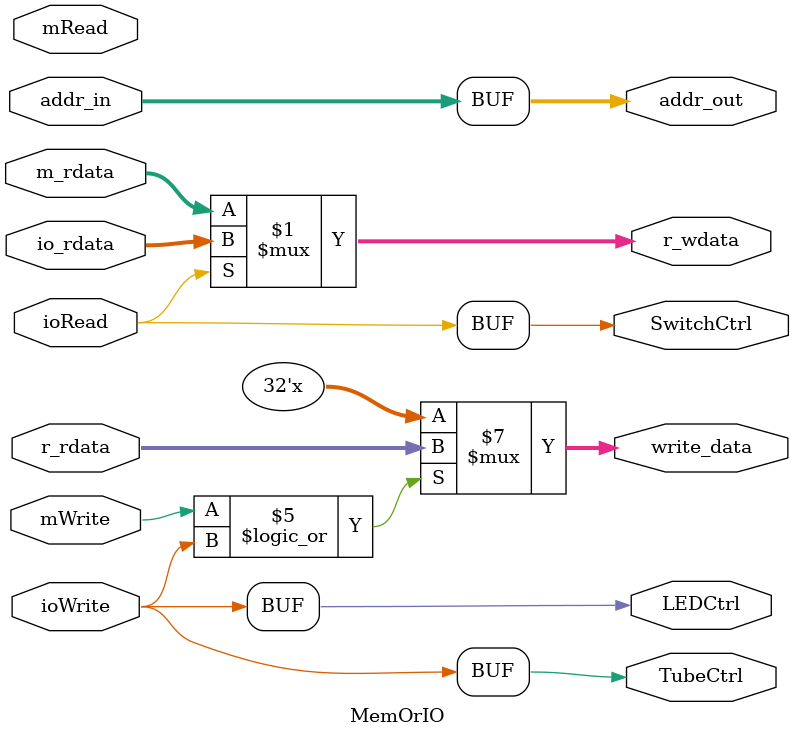
<source format=v>
`timescale 1ns / 1ps


module MemOrIO( mRead, mWrite, ioRead, ioWrite,addr_in, addr_out, m_rdata, io_rdata, r_wdata, r_rdata, write_data, LEDCtrl, SwitchCtrl, TubeCtrl);
input mRead; // read memory, fromController
input mWrite; // write memory, fromController
input ioRead; // read IO, from Controll
input ioWrite; // write IO, from Controller
input[31:0] addr_in; // from alu_result in ALU
output[31:0] addr_out; // address to Data-Memory
input[31:0] m_rdata; // data read from Data-Memory
input[31:0] io_rdata; // data read from IO, 32 bits
output[31:0] r_wdata; // data to Decoder(register file)
input[31:0] r_rdata; // data read from Decoder(register file)
output reg[31:0] write_data; // data to memory or I/O（m_wdata, io_wdata）
output SwitchCtrl; // Switch Chip Select
output LEDCtrl;
output TubeCtrl;

assign addr_out = addr_in;
// The data wirte to register file may be from memory or io. 
// While the data is from io, it should be the lower 16bit of r_wdata. 
assign r_wdata = ioRead ? io_rdata : m_rdata;

// Chip select signal of Led and Switch are all active high;
// assign LEDCtrl = ioWrite;
assign LEDCtrl = ioWrite;  
assign SwitchCtrl = ioRead;
assign TubeCtrl = ioWrite;

always @* begin
     if((mWrite==1)||(ioWrite==1))
        //wirte_data could go to either memory or IO. where is it from?
        write_data = r_rdata;
    // else
    //     write_data = 32'hZZZZZZZZ;
end

endmodule

</source>
